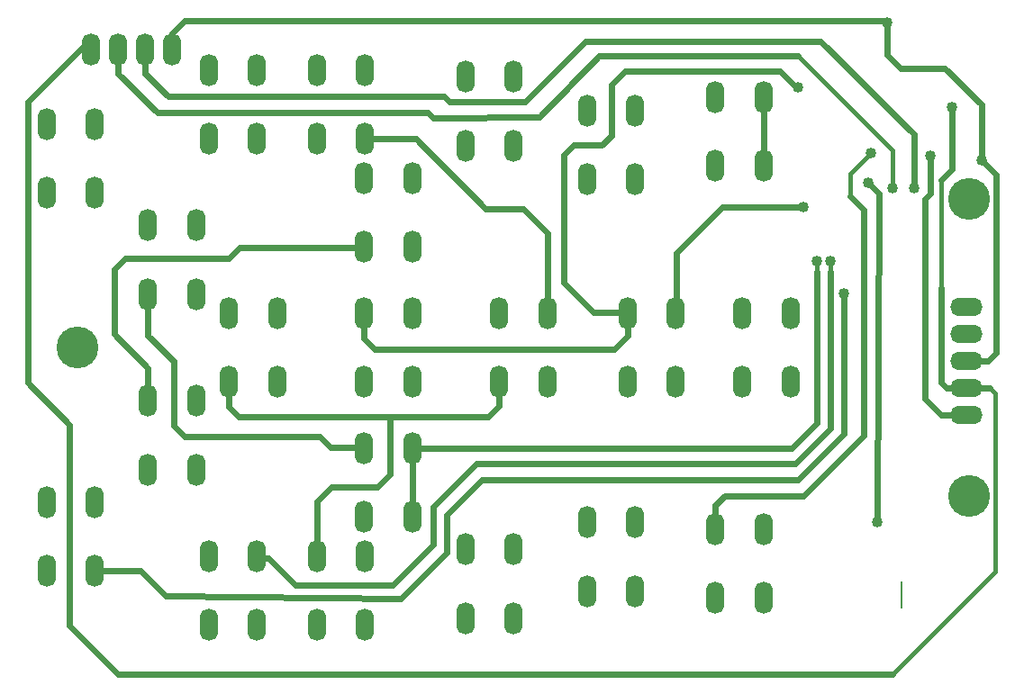
<source format=gbl>
%FSTAX24Y24*%
%MOIN*%
G70*
G01*
G75*
G04 Layer_Physical_Order=2*
G04 Layer_Color=16711680*
%ADD10R,0.0050X0.1000*%
%ADD11R,0.0500X0.0500*%
%ADD12R,0.0500X0.0500*%
%ADD13R,0.1969X0.0480*%
%ADD14R,0.0240X0.0870*%
%ADD15R,0.0240X0.0870*%
%ADD16C,0.0240*%
%ADD17C,0.0200*%
%ADD18C,0.0160*%
%ADD19C,0.0120*%
%ADD20O,0.0679X0.1200*%
%ADD21O,0.1200X0.0679*%
%ADD22C,0.1550*%
%ADD23C,0.0400*%
D10*
X042759Y013351D02*
D03*
D16*
X01195Y0122D02*
Y01965D01*
Y0122D02*
X01375Y0104D01*
X0424D01*
X0104Y0212D02*
X01195Y01965D01*
X0104Y0212D02*
Y0316D01*
X0124Y0336D01*
X0127D01*
X01275Y03355D01*
X04515Y021D02*
X046D01*
X0444D02*
X04515D01*
X0442Y0212D02*
Y0247D01*
Y0212D02*
X0444Y021D01*
X04515Y022D02*
X04595D01*
X0457Y02945D02*
Y0315D01*
X04435Y03285D02*
X0457Y0315D01*
X0427Y03285D02*
X04435D01*
X0422Y03335D02*
X0427Y03285D01*
X0422Y03335D02*
Y03455D01*
X04215Y0346D02*
X0422Y03455D01*
X01575Y03355D02*
Y03415D01*
X0162Y0346D01*
X04215D01*
X0442Y02D02*
X04515D01*
X0436Y0206D02*
X0442Y02D01*
X0436Y0206D02*
Y028D01*
X0438Y0282D01*
Y0296D01*
X01475Y03265D02*
Y03355D01*
Y03265D02*
X0156Y0318D01*
X0258D01*
X026Y0316D01*
X0288D01*
X03105Y03385D01*
X03975D01*
X0432Y0304D01*
Y0284D02*
Y0304D01*
X01375Y03265D02*
Y03355D01*
Y03265D02*
X0152Y0312D01*
X0252D01*
X0254Y031D01*
X02935Y03105D01*
X03155Y0333D01*
X0389D01*
X04185Y01605D02*
X0419Y0282D01*
X01786Y02029D02*
Y02122D01*
Y02029D02*
X0182Y01995D01*
X0238D01*
X02745D01*
X02785Y02035D01*
Y0212D01*
X02111Y01478D02*
Y01681D01*
X02165Y01735D01*
X02335D01*
X0238Y0178D01*
Y01995D01*
X01486Y02294D02*
Y02447D01*
Y02294D02*
X0158Y022D01*
Y0196D02*
Y022D01*
Y0196D02*
X0162Y0192D01*
X0212D01*
X0216Y0188D01*
X02284D01*
X02286Y01878D01*
X03586Y01578D02*
Y01666D01*
X0362Y017D01*
X0391D01*
X04135Y01925D01*
Y0276D01*
X04085Y0281D02*
X04135Y0276D01*
X03885Y03215D02*
X0389D01*
X03825Y03275D02*
X03885Y03215D01*
X0325Y03275D02*
X03825D01*
X032Y03225D02*
X0325Y03275D01*
X032Y03035D02*
Y03225D01*
X03165Y03D02*
X032Y03035D01*
X0306Y03D02*
X03165D01*
X03025Y02965D02*
X0306Y03D01*
X03025Y0249D02*
Y02965D01*
Y0249D02*
X03135Y0238D01*
X03259D01*
X03261Y02378D01*
X02286Y02284D02*
Y02378D01*
Y02284D02*
X02325Y02245D01*
X03211D01*
X03261Y02295D01*
Y02378D01*
X01825Y0262D02*
X02284D01*
X02286Y02622D01*
X01785Y0258D02*
X01825Y0262D01*
X014Y0258D02*
X01785D01*
X0136Y0254D02*
X014Y0258D01*
X0136Y023D02*
Y0254D01*
Y023D02*
X01485Y02175D01*
Y02054D02*
Y02175D01*
Y02054D02*
X01486Y02053D01*
X01289Y01422D02*
X01458D01*
X0155Y0133D01*
X0242Y0132D01*
X0259Y0149D01*
Y0163D01*
X0272Y0176D01*
X0389D01*
X0406Y0193D01*
Y0245D01*
X03764Y02922D02*
Y03178D01*
X02289Y03022D02*
X02478D01*
X02735Y02765D01*
X02875D01*
X02965Y02675D01*
Y0238D02*
Y02675D01*
Y02379D02*
Y0238D01*
X0344D02*
Y026D01*
X0361Y0277D01*
X0391D01*
X02464Y01878D02*
X03868D01*
X0396Y0197D01*
Y0253D01*
X02464Y01622D02*
Y01878D01*
X0254Y0152D02*
Y0166D01*
X027Y0182D01*
X0388D01*
X0401Y0195D01*
Y0253D01*
X0239Y0137D02*
X0254Y0152D01*
X0203Y0137D02*
X0239D01*
X0193Y0147D02*
X0203Y0137D01*
X0191Y0147D02*
X0193D01*
X0189Y0149D02*
X0191Y0147D01*
X0189Y0148D02*
Y0149D01*
X0446Y0291D02*
Y0314D01*
X0442Y0287D02*
X0446Y0291D01*
X04595Y022D02*
X04626Y02231D01*
Y02889D01*
X0457Y02945D02*
X04626Y02889D01*
D17*
X0415Y0286D02*
X0419Y0282D01*
X03439Y02378D02*
X0344Y0238D01*
D18*
X0462Y0142D02*
Y0208D01*
X046Y021D02*
X0462Y0208D01*
X0424Y0104D02*
X0462Y0142D01*
X0389Y0333D02*
X0424Y0298D01*
Y0284D02*
Y0298D01*
X04085Y0281D02*
Y02895D01*
X0416Y0297D01*
X0396Y0253D02*
Y0257D01*
X0401Y0253D02*
Y0257D01*
X0442Y0247D02*
Y0287D01*
D19*
X02786Y02122D02*
X0279Y0212D01*
X02785D02*
X0279D01*
X02965Y0238D02*
X0297D01*
X02964Y02378D02*
X0297Y0238D01*
X01889Y01478D02*
X0189Y0148D01*
D20*
X01275Y03355D02*
D03*
X01375D02*
D03*
X01475D02*
D03*
X01575D02*
D03*
X01111Y02822D02*
D03*
X01289D02*
D03*
X01111Y03078D02*
D03*
X01289D02*
D03*
X01111Y01422D02*
D03*
X01289D02*
D03*
X01111Y01678D02*
D03*
X01289D02*
D03*
X03586Y02922D02*
D03*
X03764D02*
D03*
X03586Y03178D02*
D03*
X03764D02*
D03*
X03686Y02122D02*
D03*
X03864D02*
D03*
X03686Y02378D02*
D03*
X03864D02*
D03*
X03586Y01322D02*
D03*
X03764D02*
D03*
X03586Y01578D02*
D03*
X03764D02*
D03*
X03111Y02872D02*
D03*
X03289D02*
D03*
X03111Y03128D02*
D03*
X03289D02*
D03*
X02661Y02997D02*
D03*
X02839D02*
D03*
X02661Y03253D02*
D03*
X02839D02*
D03*
X03111Y01347D02*
D03*
X03289D02*
D03*
X03111Y01603D02*
D03*
X03289D02*
D03*
X03261Y02122D02*
D03*
X03439D02*
D03*
X03261Y02378D02*
D03*
X03439D02*
D03*
X02786Y02122D02*
D03*
X02964D02*
D03*
X02786Y02378D02*
D03*
X02964D02*
D03*
X02661Y01247D02*
D03*
X02839D02*
D03*
X02661Y01503D02*
D03*
X02839D02*
D03*
X02111Y03022D02*
D03*
X02289D02*
D03*
X02111Y03278D02*
D03*
X02289D02*
D03*
X02286Y02622D02*
D03*
X02464D02*
D03*
X02286Y02878D02*
D03*
X02464D02*
D03*
X02286Y02122D02*
D03*
X02464D02*
D03*
X02286Y02378D02*
D03*
X02464D02*
D03*
X02286Y01622D02*
D03*
X02464D02*
D03*
X02286Y01878D02*
D03*
X02464D02*
D03*
X02111Y01222D02*
D03*
X02289D02*
D03*
X02111Y01478D02*
D03*
X02289D02*
D03*
X01711Y03022D02*
D03*
X01889D02*
D03*
X01711Y03278D02*
D03*
X01889D02*
D03*
X01786Y02122D02*
D03*
X01964D02*
D03*
X01786Y02378D02*
D03*
X01964D02*
D03*
X01711Y01222D02*
D03*
X01889D02*
D03*
X01711Y01478D02*
D03*
X01889D02*
D03*
X01486Y02447D02*
D03*
X01664D02*
D03*
X01486Y02703D02*
D03*
X01664D02*
D03*
X01486Y01797D02*
D03*
X01664D02*
D03*
X01486Y02053D02*
D03*
X01664D02*
D03*
D21*
X04515Y02D02*
D03*
Y021D02*
D03*
Y022D02*
D03*
Y023D02*
D03*
Y024D02*
D03*
D22*
X04525Y017D02*
D03*
Y028D02*
D03*
X01225Y0225D02*
D03*
D23*
X0446Y0314D02*
D03*
X0457Y02945D02*
D03*
X0422Y03455D02*
D03*
X0438Y0296D02*
D03*
X0432Y0284D02*
D03*
X0424D02*
D03*
X0415Y0286D02*
D03*
X04185Y01605D02*
D03*
X0416Y0297D02*
D03*
X0389Y03215D02*
D03*
X0406Y0245D02*
D03*
X0391Y0277D02*
D03*
X0396Y0257D02*
D03*
X0401D02*
D03*
M02*

</source>
